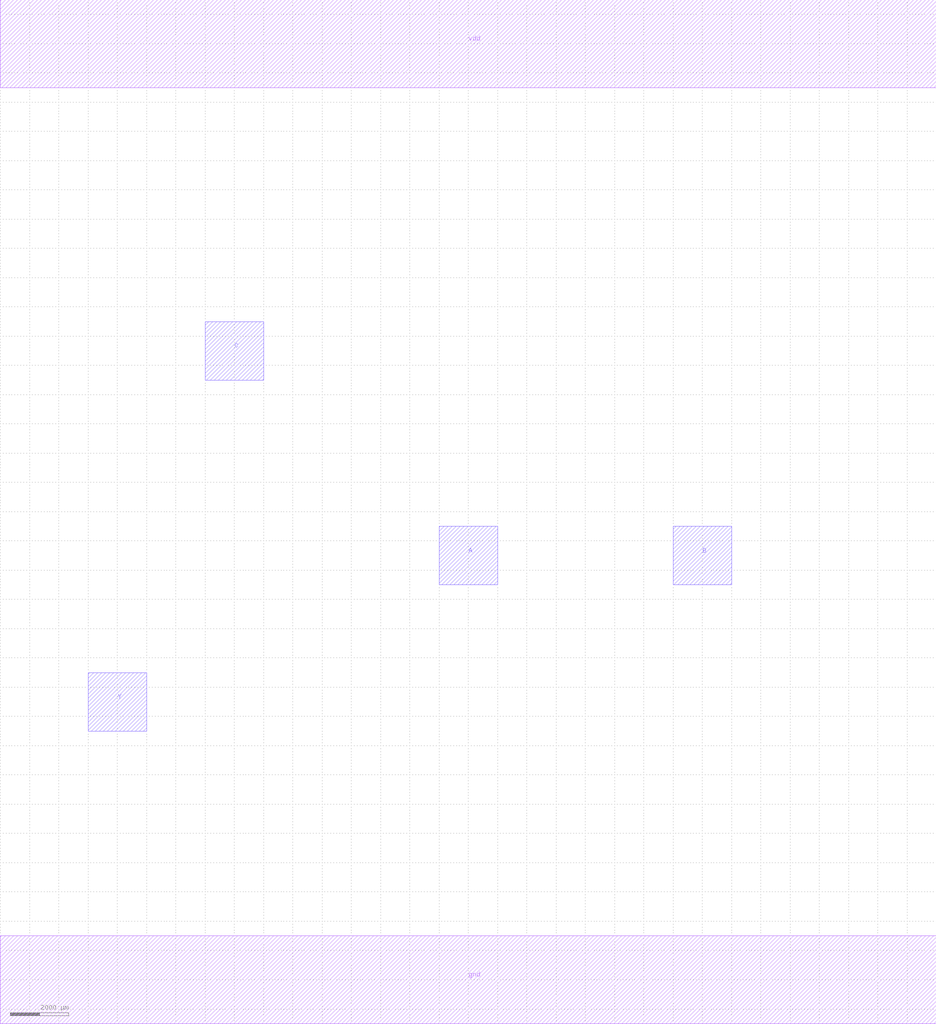
<source format=lef>
MACRO AOI21X1
 CLASS CORE ;
 ORIGIN 0 0 ;
 FOREIGN AOI21X1 0 0 ;
 SITE CORE ;
 SYMMETRY X Y R90 ;
  PIN vdd
   DIRECTION INOUT ;
   USE SIGNAL ;
   SHAPE ABUTMENT ;
    PORT
     CLASS CORE ;
       LAYER metal1 ;
        RECT 0.00000000 30500.00000000 32000.00000000 33500.00000000 ;
    END
  END vdd

  PIN gnd
   DIRECTION INOUT ;
   USE SIGNAL ;
   SHAPE ABUTMENT ;
    PORT
     CLASS CORE ;
       LAYER metal1 ;
        RECT 0.00000000 -1500.00000000 32000.00000000 1500.00000000 ;
    END
  END gnd

  PIN C
   DIRECTION INOUT ;
   USE SIGNAL ;
   SHAPE ABUTMENT ;
    PORT
     CLASS CORE ;
       LAYER metal2 ;
        RECT 7000.00000000 20500.00000000 9000.00000000 22500.00000000 ;
    END
  END C

  PIN A
   DIRECTION INOUT ;
   USE SIGNAL ;
   SHAPE ABUTMENT ;
    PORT
     CLASS CORE ;
       LAYER metal2 ;
        RECT 15000.00000000 13500.00000000 17000.00000000 15500.00000000 ;
    END
  END A

  PIN B
   DIRECTION INOUT ;
   USE SIGNAL ;
   SHAPE ABUTMENT ;
    PORT
     CLASS CORE ;
       LAYER metal2 ;
        RECT 23000.00000000 13500.00000000 25000.00000000 15500.00000000 ;
    END
  END B

  PIN Y
   DIRECTION INOUT ;
   USE SIGNAL ;
   SHAPE ABUTMENT ;
    PORT
     CLASS CORE ;
       LAYER metal2 ;
        RECT 3000.00000000 8500.00000000 5000.00000000 10500.00000000 ;
    END
  END Y


END AOI21X1

</source>
